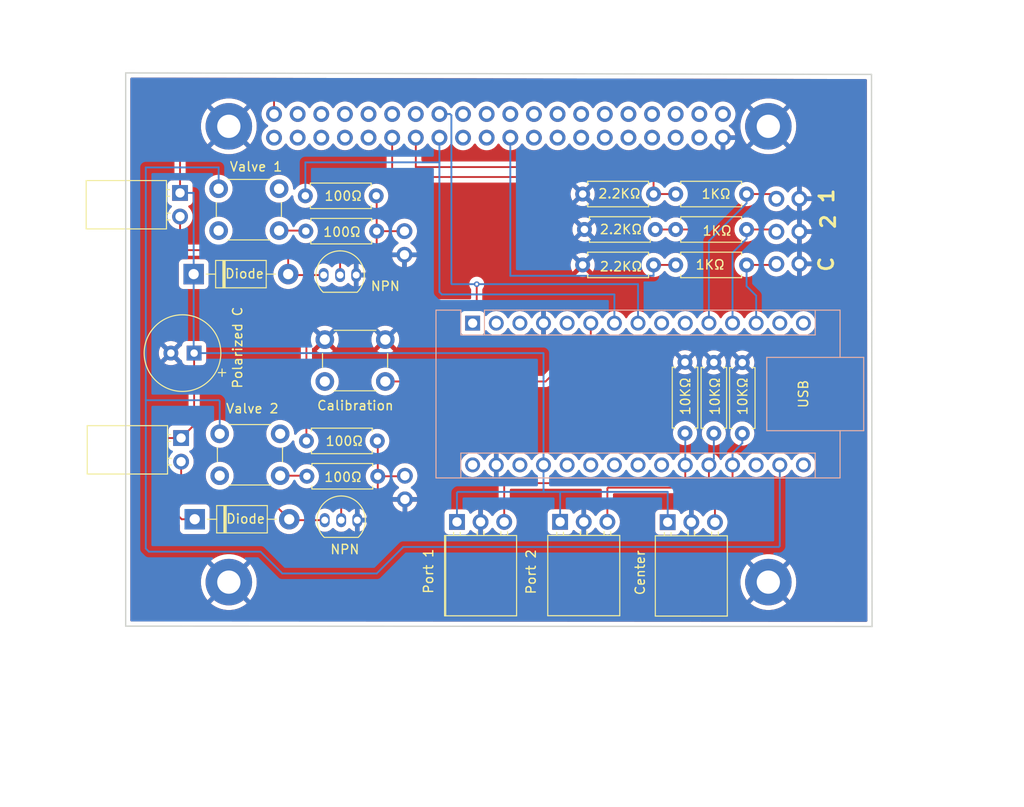
<source format=kicad_pcb>
(kicad_pcb (version 20240108) (generator "pcbnew") (generator_version "8.0")
  (layers (0 "F.Cu" signal "Front") (1 "In1.Cu" signal) (2 "In2.Cu" signal) (31 "B.Cu" signal "Back") (34 "B.Paste" user) (35 "F.Paste" user) (36 "B.SilkS" user "B.Silkscreen") (37 "F.SilkS" user "F.Silkscreen") (38 "B.Mask" user) (39 "F.Mask" user) (44 "Edge.Cuts" user))
  (net 0 "")
  (net 1 "Net-(A1-D5)")
  (net 6 "Net-(A1-D4)")
  (net 7 "Net-(A1-D10)")
  (net 9 "Net-(A1-D3)")
  (net 10 "GND")
  (net 14 "+5V")
  (net 16 "Net-(A1-A1)")
  (net 17 "+3.3V")
  (net 21 "Net-(A1-D9)")
  (net 25 "Net-(A1-A0)")
  (net 26 "Net-(A1-D8)")
  (net 28 "Net-(A1-A2)")
  (net 30 "Net-(D1-A)")
  (net 31 "Net-(D3-A)")
  (net 65 "Net-(R1-Pad2)")
  (net 66 "Net-(Q3-B)")
  (net 67 "Net-(Q1-B)")
  (net 68 "Net-(R10-Pad2)")
  (net 69 "Net-(J3-Pin_1)")
  (net 70 "Net-(J3-Pin_2)")
  (net 71 "Net-(J3-Pin_3)")
  (footprint "Connector_PinHeader_2.54mm:PinHeader_1x02_P2.54mm_Vertical" (layer "F.Cu") (at 60.0275 125.635 180)
    (property "Reference" "J9" (hide yes))
    (property "Value" "Conn_01x02_Pin")
    (pad "1" thru_hole oval (at 0 0 180) (size 1.7 1.7) (drill 1) (layers "*.Cu" "*.Mask") (net 10 "GND"))
    (pad "2" thru_hole oval (at 0 2.54 180) (size 1.7 1.7) (drill 1) (layers "*.Cu" "*.Mask") (net 67 "Net-(Q1-B)"))
  )
  (footprint "Resistor_THT:R_Axial_DIN0207_L6.3mm_D2.5mm_P7.62mm_Horizontal" (layer "F.Cu") (at 56.995 96.8 180)
    (property "Reference" "R1" (hide yes))
    (property "Value" "100Ω" (hide yes))
    (pad "1" thru_hole circle (at 0 0 180) (size 1.6 1.6) (drill 0.8) (layers "*.Cu" "*.Mask") (net 66 "Net-(Q3-B)"))
    (pad "2" thru_hole oval (at 7.62 0 180) (size 1.6 1.6) (drill 0.8) (layers "*.Cu" "*.Mask") (net 65 "Net-(R1-Pad2)"))
  )
  (footprint "MountingHole:MountingHole_2.5mm_Pad" (layer "F.Cu") (at 41.1 85.53)
    (property "Reference" "REF**" (hide yes))
    (property "Value" "MountingHole_2.5mm_Pad")
    (pad "1" thru_hole circle (at 0 0) (size 5 5) (drill 2.5) (layers "*.Cu" "*.Mask") (net 10 "GND"))
  )
  (footprint "Connector_PinSocket_2.54mm:PinSocket_1x02_P2.54mm_Horizontal" (layer "F.Cu") (at 35.855 92.69)
    (property "Reference" "J1" (hide yes))
    (property "Value" "Conn_01x02_Pin" (hide yes))
    (pad "1" thru_hole rect (at 0 0) (size 1.7 1.7) (drill 1) (layers "*.Cu" "*.Mask") (net 14 "+5V"))
    (pad "2" thru_hole oval (at 0 2.54) (size 1.7 1.7) (drill 1) (layers "*.Cu" "*.Mask") (net 31 "Net-(D3-A)"))
  )
  (footprint "Connector_PinSocket_2.54mm:PinSocket_1x02_P2.54mm_Horizontal" (layer "F.Cu") (at 35.97 119.04)
    (property "Reference" "J2" (hide yes))
    (property "Value" "Conn_01x02_Pin" (hide yes))
    (pad "1" thru_hole rect (at 0 0) (size 1.7 1.7) (drill 1) (layers "*.Cu" "*.Mask") (net 14 "+5V"))
    (pad "2" thru_hole oval (at 0 2.54) (size 1.7 1.7) (drill 1) (layers "*.Cu" "*.Mask") (net 30 "Net-(D1-A)"))
  )
  (footprint "Resistor_THT:R_Axial_DIN0207_L6.3mm_D2.5mm_P7.62mm_Horizontal" (layer "F.Cu") (at 49.44 119.35)
    (property "Reference" "R2" (hide yes))
    (property "Value" "100Ω" (hide yes))
    (pad "1" thru_hole circle (at 0 0) (size 1.6 1.6) (drill 0.8) (layers "*.Cu" "*.Mask") (net 1 "Net-(A1-D5)"))
    (pad "2" thru_hole oval (at 7.62 0) (size 1.6 1.6) (drill 0.8) (layers "*.Cu" "*.Mask") (net 67 "Net-(Q1-B)"))
  )
  (footprint "Button_Switch_THT:SW_PUSH_6mm" (layer "F.Cu") (at 40.12 118.59)
    (property "Reference" "SW2" (hide yes))
    (property "Value" "SW_Push" (hide yes))
    (fp_text user "Valve 2" (at 3.505 -2.715 0) (layer "F.SilkS"))
    (pad "1" thru_hole circle (at 0 0 90) (size 2 2) (drill 1.1) (layers "*.Cu" "*.Mask") (net 17 "+3.3V"))
    (pad "1" thru_hole circle (at 6.5 0 90) (size 2 2) (drill 1.1) (layers "*.Cu" "*.Mask") (net 17 "+3.3V"))
    (pad "2" thru_hole circle (at 0 4.5 90) (size 2 2) (drill 1.1) (layers "*.Cu" "*.Mask") (net 68 "Net-(R10-Pad2)"))
    (pad "2" thru_hole circle (at 6.5 4.5 90) (size 2 2) (drill 1.1) (layers "*.Cu" "*.Mask") (net 68 "Net-(R10-Pad2)"))
  )
  (footprint "Capacitor_THT:CP_Radial_D8.0mm_P2.50mm" (layer "F.Cu") (at 37.37 109.91 180)
    (property "Reference" "C1" (hide yes))
    (property "Value" "C_Polarized")
    (pad "1" thru_hole rect (at 0 0 180) (size 1.6 1.6) (drill 0.8) (layers "*.Cu" "*.Mask") (net 14 "+5V"))
    (pad "2" thru_hole circle (at 2.5 0 180) (size 1.6 1.6) (drill 0.8) (layers "*.Cu" "*.Mask") (net 10 "GND"))
  )
  (footprint "Connector_PinSocket_2.54mm:PinSocket_1x03_P2.54mm_Horizontal" (layer "F.Cu") (at 65.625 128.06 90)
    (property "Reference" "J6" (hide yes))
    (property "Value" "Conn_01x03_Pin" (hide yes))
    (pad "1" thru_hole rect (at 0 0 90) (size 1.7 1.7) (drill 1) (layers "*.Cu" "*.Mask") (net 14 "+5V"))
    (pad "2" thru_hole oval (at 0 2.54 90) (size 1.7 1.7) (drill 1) (layers "*.Cu" "*.Mask") (net 10 "GND"))
    (pad "3" thru_hole oval (at 0 5.08 90) (size 1.7 1.7) (drill 1) (layers "*.Cu" "*.Mask") (net 28 "Net-(A1-A2)"))
  )
  (footprint "Button_Switch_THT:SW_PUSH_6mm" (layer "F.Cu") (at 51.42 108.46)
    (property "Reference" "SW3" (hide yes))
    (property "Value" "Calibration" (at 3.28 7.09 0) (layer "F.SilkS"))
    (pad "1" thru_hole circle (at 0 0 90) (size 2 2) (drill 1.1) (layers "*.Cu" "*.Mask") (net 10 "GND"))
    (pad "1" thru_hole circle (at 6.5 0 90) (size 2 2) (drill 1.1) (layers "*.Cu" "*.Mask") (net 10 "GND"))
    (pad "2" thru_hole circle (at 0 4.5 90) (size 2 2) (drill 1.1) (layers "*.Cu" "*.Mask") (net 9 "Net-(A1-D3)"))
    (pad "2" thru_hole circle (at 6.5 4.5 90) (size 2 2) (drill 1.1) (layers "*.Cu" "*.Mask") (net 9 "Net-(A1-D3)"))
  )
  (footprint "Diode_THT:D_DO-41_SOD81_P10.16mm_Horizontal" (layer "F.Cu") (at 37.32 101.42)
    (property "Reference" "D3" (hide yes))
    (property "Value" "4.7V" (hide yes))
    (pad "1" thru_hole rect (at 0 0) (size 2.2 2.2) (drill 1.1) (layers "*.Cu" "*.Mask") (net 14 "+5V"))
    (pad "2" thru_hole oval (at 10.16 0) (size 2.2 2.2) (drill 1.1) (layers "*.Cu" "*.Mask") (net 31 "Net-(D3-A)"))
  )
  (footprint "Button_Switch_THT:SW_PUSH_6mm" (layer "F.Cu") (at 40.005 92.24)
    (property "Reference" "SW1" (hide yes))
    (property "Value" "SW_Push" (hide yes))
    (fp_text user "Valve 1" (at 4.02 -2.365 0) (layer "F.SilkS"))
    (pad "1" thru_hole circle (at 0 0 90) (size 2 2) (drill 1.1) (layers "*.Cu" "*.Mask") (net 17 "+3.3V"))
    (pad "1" thru_hole circle (at 6.5 0 90) (size 2 2) (drill 1.1) (layers "*.Cu" "*.Mask") (net 17 "+3.3V"))
    (pad "2" thru_hole circle (at 0 4.5 90) (size 2 2) (drill 1.1) (layers "*.Cu" "*.Mask") (net 65 "Net-(R1-Pad2)"))
    (pad "2" thru_hole circle (at 6.5 4.5 90) (size 2 2) (drill 1.1) (layers "*.Cu" "*.Mask") (net 65 "Net-(R1-Pad2)"))
  )
  (footprint "Resistor_THT:R_Axial_DIN0207_L6.3mm_D2.5mm_P7.62mm_Horizontal" (layer "F.Cu") (at 90.14 110.89 -90)
    (property "Reference" "R13" (hide yes))
    (property "Value" "10ΚΩ" (hide yes))
    (pad "1" thru_hole circle (at 0 0 270) (size 1.6 1.6) (drill 0.8) (layers "*.Cu" "*.Mask") (net 10 "GND"))
    (pad "2" thru_hole oval (at 7.62 0 270) (size 1.6 1.6) (drill 0.8) (layers "*.Cu" "*.Mask") (net 28 "Net-(A1-A2)"))
  )
  (footprint "Resistor_THT:R_Axial_DIN0207_L6.3mm_D2.5mm_P7.62mm_Horizontal" (layer "F.Cu") (at 57.11 123.15 180)
    (property "Reference" "R10" (hide yes))
    (property "Value" "100Ω" (hide yes))
    (pad "1" thru_hole circle (at 0 0 180) (size 1.6 1.6) (drill 0.8) (layers "*.Cu" "*.Mask") (net 67 "Net-(Q1-B)"))
    (pad "2" thru_hole oval (at 7.62 0 180) (size 1.6 1.6) (drill 0.8) (layers "*.Cu" "*.Mask") (net 68 "Net-(R10-Pad2)"))
  )
  (footprint "Resistor_THT:R_Axial_DIN0207_L6.3mm_D2.5mm_P7.62mm_Horizontal" (layer "F.Cu") (at 49.325 93)
    (property "Reference" "R3" (hide yes))
    (property "Value" "100Ω" (hide yes))
    (pad "1" thru_hole circle (at 0 0) (size 1.6 1.6) (drill 0.8) (layers "*.Cu" "*.Mask") (net 6 "Net-(A1-D4)"))
    (pad "2" thru_hole oval (at 7.62 0) (size 1.6 1.6) (drill 0.8) (layers "*.Cu" "*.Mask") (net 66 "Net-(Q3-B)"))
  )
  (footprint "Resistor_THT:R_Axial_DIN0207_L6.3mm_D2.5mm_P7.62mm_Horizontal" (layer "F.Cu") (at 89.14 96.62)
    (property "Reference" "R6" (hide yes))
    (property "Value" "1kΩ" (hide yes))
    (pad "1" thru_hole circle (at 0 0) (size 1.6 1.6) (drill 0.8) (layers "*.Cu" "*.Mask") (net 70 "Net-(J3-Pin_2)"))
    (pad "2" thru_hole oval (at 7.62 0) (size 1.6 1.6) (drill 0.8) (layers "*.Cu" "*.Mask") (net 21 "Net-(A1-D9)"))
  )
  (footprint "Package_TO_SOT_THT:TO-92_Inline" (layer "F.Cu") (at 51.795 101.52)
    (property "Reference" "Q3")
    (property "Value" "BC547" (hide yes))
    (pad "1" thru_hole oval (at -0.5 0) (size 1.05 1.5) (drill 0.75) (layers "*.Cu" "*.Mask") (net 31 "Net-(D3-A)"))
    (pad "2" thru_hole oval (at 1.27 0) (size 1.05 1.5) (drill 0.75) (layers "*.Cu" "*.Mask") (net 66 "Net-(Q3-B)"))
    (pad "3" thru_hole oval (at 3 0) (size 1.05 1.5) (drill 0.75) (layers "*.Cu" "*.Mask") (net 10 "GND"))
  )
  (footprint "Connector_PinSocket_2.54mm:PinSocket_1x03_P2.54mm_Horizontal" (layer "F.Cu") (at 76.715 128.05 90)
    (property "Reference" "J4" (hide yes))
    (property "Value" "Conn_01x03_Pin" (hide yes))
    (pad "1" thru_hole rect (at 0 0 90) (size 1.7 1.7) (drill 1) (layers "*.Cu" "*.Mask") (net 14 "+5V"))
    (pad "2" thru_hole oval (at 0 2.54 90) (size 1.7 1.7) (drill 1) (layers "*.Cu" "*.Mask") (net 10 "GND"))
    (pad "3" thru_hole oval (at 0 5.08 90) (size 1.7 1.7) (drill 1) (layers "*.Cu" "*.Mask") (net 16 "Net-(A1-A1)"))
  )
  (footprint "Resistor_THT:R_Axial_DIN0207_L6.3mm_D2.5mm_P7.62mm_Horizontal" (layer "F.Cu") (at 79.14 92.81)
    (property "Reference" "R5" (hide yes))
    (property "Value" "2.2ΚΩ" (hide yes))
    (pad "1" thru_hole circle (at 0 0) (size 1.6 1.6) (drill 0.8) (layers "*.Cu" "*.Mask") (net 10 "GND"))
    (pad "2" thru_hole oval (at 7.62 0) (size 1.6 1.6) (drill 0.8) (layers "*.Cu" "*.Mask") (net 69 "Net-(J3-Pin_1)"))
  )
  (footprint "Connector_PinHeader_2.54mm:PinHeader_1x02_P2.54mm_Vertical" (layer "F.Cu") (at 59.98 99.34 180)
    (property "Reference" "J7" (hide yes))
    (property "Value" "Conn_01x02_Pin")
    (pad "1" thru_hole oval (at 0 0 180) (size 1.7 1.7) (drill 1) (layers "*.Cu" "*.Mask") (net 10 "GND"))
    (pad "2" thru_hole oval (at 0 2.54 180) (size 1.7 1.7) (drill 1) (layers "*.Cu" "*.Mask") (net 66 "Net-(Q3-B)"))
  )
  (footprint "Resistor_THT:R_Axial_DIN0207_L6.3mm_D2.5mm_P7.62mm_Horizontal" (layer "F.Cu") (at 79.14 100.43)
    (property "Reference" "R9" (hide yes))
    (property "Value" "2.2ΚΩ" (hide yes))
    (pad "1" thru_hole circle (at 0 0) (size 1.6 1.6) (drill 0.8) (layers "*.Cu" "*.Mask") (net 10 "GND"))
    (pad "2" thru_hole oval (at 7.62 0) (size 1.6 1.6) (drill 0.8) (layers "*.Cu" "*.Mask") (net 71 "Net-(J3-Pin_3)"))
  )
  (footprint "MountingHole:MountingHole_2.5mm_Pad" (layer "F.Cu") (at 99.1 85.53)
    (property "Reference" "REF**" (hide yes))
    (property "Value" "MountingHole_2.5mm_Pad")
    (pad "2" thru_hole circle (at 0 0) (size 5 5) (drill 2.5) (layers "*.Cu" "*.Mask") (net 10 "GND"))
  )
  (footprint "MountingHole:MountingHole_2.5mm_Pad" (layer "F.Cu") (at 41.1 134.53)
    (property "Reference" "REF**" (hide yes))
    (property "Value" "MountingHole_2.5mm_Pad")
    (pad "3" thru_hole circle (at 0 0) (size 5 5) (drill 2.5) (layers "*.Cu" "*.Mask") (net 10 "GND"))
  )
  (footprint "Resistor_THT:R_Axial_DIN0207_L6.3mm_D2.5mm_P7.62mm_Horizontal" (layer "F.Cu") (at 89.14 100.43)
    (property "Reference" "R8" (hide yes))
    (property "Value" "1kΩ" (hide yes))
    (pad "1" thru_hole circle (at 0 0) (size 1.6 1.6) (drill 0.8) (layers "*.Cu" "*.Mask") (net 71 "Net-(J3-Pin_3)"))
    (pad "2" thru_hole oval (at 7.62 0) (size 1.6 1.6) (drill 0.8) (layers "*.Cu" "*.Mask") (net 7 "Net-(A1-D10)"))
  )
  (footprint "Package_TO_SOT_THT:TO-92_Inline" (layer "F.Cu") (at 51.91 127.87)
    (property "Reference" "Q1")
    (property "Value" "BC547" (hide yes))
    (pad "1" thru_hole oval (at -0.5 0) (size 1.05 1.5) (drill 0.75) (layers "*.Cu" "*.Mask") (net 30 "Net-(D1-A)"))
    (pad "2" thru_hole oval (at 1.27 0) (size 1.05 1.5) (drill 0.75) (layers "*.Cu" "*.Mask") (net 67 "Net-(Q1-B)"))
    (pad "3" thru_hole oval (at 3 0) (size 1.05 1.5) (drill 0.75) (layers "*.Cu" "*.Mask") (net 10 "GND"))
  )
  (footprint "Connector_PinSocket_2.54mm:PinSocket_1x03_P2.54mm_Horizontal" (layer "F.Cu") (at 88.28 128.09 90)
    (property "Reference" "J5" (hide yes))
    (property "Value" "Conn_01x03_Pin" (hide yes))
    (pad "1" thru_hole rect (at 0 0 90) (size 1.7 1.7) (drill 1) (layers "*.Cu" "*.Mask") (net 14 "+5V"))
    (pad "2" thru_hole oval (at 0 2.54 90) (size 1.7 1.7) (drill 1) (layers "*.Cu" "*.Mask") (net 10 "GND"))
    (pad "3" thru_hole oval (at 0 5.08 90) (size 1.7 1.7) (drill 1) (layers "*.Cu" "*.Mask") (net 25 "Net-(A1-A0)"))
  )
  (footprint "Connector_PinHeader_2.54mm:PinHeader_1x03_P2.54mm_Vertical" (layer "F.Cu") (at 99.96 94.32)
    (property "Reference" "J3" (hide yes))
    (property "Value" "Conn_01x03_Pin")
    (pad "1" thru_hole oval (at 0 -1) (size 1.7 1.7) (drill 1) (layers "*.Cu" "*.Mask") (net 26 "Net-(A1-D8)"))
    (pad "2" thru_hole oval (at 0 2.54) (size 1.7 1.7) (drill 1) (layers "*.Cu" "*.Mask") (net 21 "Net-(A1-D9)"))
    (pad "3" thru_hole oval (at 0 6) (size 1.7 1.7) (drill 1) (layers "*.Cu" "*.Mask") (net 7 "Net-(A1-D10)"))
  )
  (footprint "Resistor_THT:R_Axial_DIN0207_L6.3mm_D2.5mm_P7.62mm_Horizontal" (layer "F.Cu") (at 89.14 92.81)
    (property "Reference" "R4" (hide yes))
    (property "Value" "1kΩ" (hide yes))
    (pad "1" thru_hole circle (at 0 0) (size 1.6 1.6) (drill 0.8) (layers "*.Cu" "*.Mask") (net 69 "Net-(J3-Pin_1)"))
    (pad "2" thru_hole oval (at 7.62 0) (size 1.6 1.6) (drill 0.8) (layers "*.Cu" "*.Mask") (net 26 "Net-(A1-D8)"))
  )
  (footprint "MountingHole:MountingHole_2.5mm_Pad" (layer "F.Cu") (at 99.1 134.53)
    (property "Reference" "REF**" (hide yes))
    (property "Value" "MountingHole_2.5mm_Pad")
    (pad "4" thru_hole circle (at 0 0) (size 5 5) (drill 2.5) (layers "*.Cu" "*.Mask") (net 10 "GND"))
  )
  (footprint "Diode_THT:D_DO-41_SOD81_P10.16mm_Horizontal" (layer "F.Cu") (at 37.435 127.77)
    (property "Reference" "D1" (hide yes))
    (property "Value" "4.7V" (hide yes))
    (pad "1" thru_hole rect (at 0 0) (size 2.2 2.2) (drill 1.1) (layers "*.Cu" "*.Mask") (net 14 "+5V"))
    (pad "2" thru_hole oval (at 10.16 0) (size 2.2 2.2) (drill 1.1) (layers "*.Cu" "*.Mask") (net 30 "Net-(D1-A)"))
  )
  (footprint "Connector_PinHeader_2.54mm:PinHeader_1x03_P2.54mm_Vertical" (layer "F.Cu") (at 102.44 94.31)
    (property "Reference" "J10" (hide yes))
    (property "Value" "Conn_01x03_Pin")
    (pad "1" thru_hole oval (at 0 -1) (size 1.7 1.7) (drill 1) (layers "*.Cu" "*.Mask") (net 10 "GND"))
    (pad "2" thru_hole oval (at 0 2.54) (size 1.7 1.7) (drill 1) (layers "*.Cu" "*.Mask") (net 10 "GND"))
    (pad "3" thru_hole oval (at 0 6) (size 1.7 1.7) (drill 1) (layers "*.Cu" "*.Mask") (net 10 "GND"))
  )
  (footprint "Resistor_THT:R_Axial_DIN0207_L6.3mm_D2.5mm_P7.62mm_Horizontal" (layer "F.Cu") (at 96.3 110.93 -90)
    (property "Reference" "R11" (hide yes))
    (property "Value" "10kΩ" (hide yes))
    (pad "1" thru_hole circle (at 0 0 270) (size 1.6 1.6) (drill 0.8) (layers "*.Cu" "*.Mask") (net 10 "GND"))
    (pad "2" thru_hole oval (at 7.62 0 270) (size 1.6 1.6) (drill 0.8) (layers "*.Cu" "*.Mask") (net 25 "Net-(A1-A0)"))
  )
  (footprint "Resistor_THT:R_Axial_DIN0207_L6.3mm_D2.5mm_P7.62mm_Horizontal" (layer "F.Cu") (at 93.24 110.91 -90)
    (property "Reference" "R12" (hide yes))
    (property "Value" "10ΚΩ" (hide yes))
    (pad "1" thru_hole circle (at 0 0 270) (size 1.6 1.6) (drill 0.8) (layers "*.Cu" "*.Mask") (net 10 "GND"))
    (pad "2" thru_hole oval (at 7.62 0 270) (size 1.6 1.6) (drill 0.8) (layers "*.Cu" "*.Mask") (net 16 "Net-(A1-A1)"))
  )
  (footprint "Resistor_THT:R_Axial_DIN0207_L6.3mm_D2.5mm_P7.62mm_Horizontal" (layer "F.Cu") (at 79.33 96.62)
    (property "Reference" "R7" (hide yes))
    (property "Value" "2.2ΚΩ" (hide yes))
    (pad "1" thru_hole circle (at 0 0) (size 1.6 1.6) (drill 0.8) (layers "*.Cu" "*.Mask") (net 10 "GND"))
    (pad "2" thru_hole oval (at 7.62 0) (size 1.6 1.6) (drill 0.8) (layers "*.Cu" "*.Mask") (net 70 "Net-(J3-Pin_2)"))
  )
  (footprint "Connector_PinSocket_2.54mm:PinSocket_2x20_P2.54mm_Vertical" (layer "B.Cu") (at 45.96 86.75 -90)
    (property "Reference" "J8" (hide yes))
    (property "Value" "Conn_02x20_Odd_Even")
    (pad "1" thru_hole circle (at 0 0 270) (size 1.7 1.7) (drill 1) (layers "*.Cu" "*.Mask"))
    (pad "2" thru_hole oval (at -2.54 0 270) (size 1.7 1.7) (drill 1) (layers "*.Cu" "*.Mask") (net 14 "+5V"))
    (pad "3" thru_hole oval (at 0 -2.54 270) (size 1.7 1.7) (drill 1) (layers "*.Cu" "*.Mask"))
    (pad "4" thru_hole oval (at -2.54 -2.54 270) (size 1.7 1.7) (drill 1) (layers "*.Cu" "*.Mask"))
    (pad "5" thru_hole oval (at 0 -5.08 270) (size 1.7 1.7) (drill 1) (layers "*.Cu" "*.Mask"))
    (pad "6" thru_hole oval (at -2.54 -5.08 270) (size 1.7 1.7) (drill 1) (layers "*.Cu" "*.Mask"))
    (pad "7" thru_hole oval (at 0 -7.62 270) (size 1.7 1.7) (drill 1) (layers "*.Cu" "*.Mask"))
    (pad "8" thru_hole oval (at -2.54 -7.62 270) (size 1.7 1.7) (drill 1) (layers "*.Cu" "*.Mask"))
    (pad "9" thru_hole oval (at 0 -10.16 270) (size 1.7 1.7) (drill 1) (layers "*.Cu" "*.Mask"))
    (pad "10" thru_hole oval (at -2.54 -10.16 270) (size 1.7 1.7) (drill 1) (layers "*.Cu" "*.Mask"))
    (pad "11" thru_hole oval (at 0 -12.7 270) (size 1.7 1.7) (drill 1) (layers "*.Cu" "*.Mask") (net 69 "Net-(J3-Pin_1)"))
    (pad "12" thru_hole oval (at -2.54 -12.7 270) (size 1.7 1.7) (drill 1) (layers "*.Cu" "*.Mask"))
    (pad "13" thru_hole oval (at 0 -15.24 270) (size 1.7 1.7) (drill 1) (layers "*.Cu" "*.Mask") (net 70 "Net-(J3-Pin_2)"))
    (pad "14" thru_hole oval (at -2.54 -15.24 270) (size 1.7 1.7) (drill 1) (layers "*.Cu" "*.Mask"))
    (pad "15" thru_hole oval (at 0 -17.78 270) (size 1.7 1.7) (drill 1) (layers "*.Cu" "*.Mask") (net 6 "Net-(A1-D4)"))
    (pad "16" thru_hole oval (at -2.54 -17.78 270) (size 1.7 1.7) (drill 1) (layers "*.Cu" "*.Mask") (net 1 "Net-(A1-D5)"))
    (pad "17" thru_hole oval (at 0 -20.32 270) (size 1.7 1.7) (drill 1) (layers "*.Cu" "*.Mask"))
    (pad "18" thru_hole oval (at -2.54 -20.32 270) (size 1.7 1.7) (drill 1) (layers "*.Cu" "*.Mask"))
    (pad "19" thru_hole oval (at 0 -22.86 270) (size 1.7 1.7) (drill 1) (layers "*.Cu" "*.Mask"))
    (pad "20" thru_hole oval (at -2.54 -22.86 270) (size 1.7 1.7) (drill 1) (layers "*.Cu" "*.Mask"))
    (pad "21" thru_hole oval (at 0 -25.4 270) (size 1.7 1.7) (drill 1) (layers "*.Cu" "*.Mask") (net 71 "Net-(J3-Pin_3)"))
    (pad "22" thru_hole oval (at -2.54 -25.4 270) (size 1.7 1.7) (drill 1) (layers "*.Cu" "*.Mask"))
    (pad "23" thru_hole oval (at 0 -27.94 270) (size 1.7 1.7) (drill 1) (layers "*.Cu" "*.Mask"))
    (pad "24" thru_hole oval (at -2.54 -27.94 270) (size 1.7 1.7) (drill 1) (layers "*.Cu" "*.Mask"))
    (pad "25" thru_hole oval (at 0 -30.48 270) (size 1.7 1.7) (drill 1) (layers "*.Cu" "*.Mask"))
    (pad "26" thru_hole oval (at -2.54 -30.48 270) (size 1.7 1.7) (drill 1) (layers "*.Cu" "*.Mask"))
    (pad "27" thru_hole oval (at 0 -33.02 270) (size 1.7 1.7) (drill 1) (layers "*.Cu" "*.Mask"))
    (pad "28" thru_hole oval (at -2.54 -33.02 270) (size 1.7 1.7) (drill 1) (layers "*.Cu" "*.Mask"))
    (pad "29" thru_hole oval (at 0 -35.56 270) (size 1.7 1.7) (drill 1) (layers "*.Cu" "*.Mask"))
    (pad "30" thru_hole oval (at -2.54 -35.56 270) (size 1.7 1.7) (drill 1) (layers "*.Cu" "*.Mask"))
    (pad "31" thru_hole oval (at 0 -38.1 270) (size 1.7 1.7) (drill 1) (layers "*.Cu" "*.Mask"))
    (pad "32" thru_hole oval (at -2.54 -38.1 270) (size 1.7 1.7) (drill 1) (layers "*.Cu" "*.Mask"))
    (pad "33" thru_hole oval (at 0 -40.64 270) (size 1.7 1.7) (drill 1) (layers "*.Cu" "*.Mask"))
    (pad "34" thru_hole oval (at -2.54 -40.64 270) (size 1.7 1.7) (drill 1) (layers "*.Cu" "*.Mask"))
    (pad "35" thru_hole oval (at 0 -43.18 270) (size 1.7 1.7) (drill 1) (layers "*.Cu" "*.Mask"))
    (pad "36" thru_hole oval (at -2.54 -43.18 270) (size 1.7 1.7) (drill 1) (layers "*.Cu" "*.Mask"))
    (pad "37" thru_hole oval (at 0 -45.72 270) (size 1.7 1.7) (drill 1) (layers "*.Cu" "*.Mask"))
    (pad "38" thru_hole oval (at -2.54 -45.72 270) (size 1.7 1.7) (drill 1) (layers "*.Cu" "*.Mask"))
    (pad "39" thru_hole oval (at 0 -48.26 270) (size 1.7 1.7) (drill 1) (layers "*.Cu" "*.Mask") (net 10 "GND"))
    (pad "40" thru_hole oval (at -2.54 -48.26 270) (size 1.7 1.7) (drill 1) (layers "*.Cu" "*.Mask"))
  )
  (footprint "Module:Arduino_Nano" (layer "B.Cu") (at 67.31 106.69 -90)
    (property "Reference" "A1" (hide yes))
    (property "Value" "Arduino_Nano_Every")
    (fp_text user "USB" (at 7.62 -35.56 90) (layer "F.SilkS"))
    (pad "1" thru_hole rect (at 0 0 270) (size 1.6 1.6) (drill 1) (layers "*.Cu" "*.Mask"))
    (pad "2" thru_hole oval (at 0 -2.54 270) (size 1.6 1.6) (drill 1) (layers "*.Cu" "*.Mask"))
    (pad "3" thru_hole oval (at 0 -5.08 270) (size 1.6 1.6) (drill 1) (layers "*.Cu" "*.Mask"))
    (pad "4" thru_hole oval (at 0 -7.62 270) (size 1.6 1.6) (drill 1) (layers "*.Cu" "*.Mask") (net 10 "GND"))
    (pad "5" thru_hole oval (at 0 -10.16 270) (size 1.6 1.6) (drill 1) (layers "*.Cu" "*.Mask"))
    (pad "6" thru_hole oval (at 0 -12.7 270) (size 1.6 1.6) (drill 1) (layers "*.Cu" "*.Mask") (net 9 "Net-(A1-D3)"))
    (pad "7" thru_hole oval (at 0 -15.24 270) (size 1.6 1.6) (drill 1) (layers "*.Cu" "*.Mask") (net 6 "Net-(A1-D4)"))
    (pad "8" thru_hole oval (at 0 -17.78 270) (size 1.6 1.6) (drill 1) (layers "*.Cu" "*.Mask") (net 1 "Net-(A1-D5)"))
    (pad "9" thru_hole oval (at 0 -20.32 270) (size 1.6 1.6) (drill 1) (layers "*.Cu" "*.Mask"))
    (pad "10" thru_hole oval (at 0 -22.86 270) (size 1.6 1.6) (drill 1) (layers "*.Cu" "*.Mask"))
    (pad "11" thru_hole oval (at 0 -25.4 270) (size 1.6 1.6) (drill 1) (layers "*.Cu" "*.Mask") (net 26 "Net-(A1-D8)"))
    (pad "12" thru_hole oval (at 0 -27.94 270) (size 1.6 1.6) (drill 1) (layers "*.Cu" "*.Mask") (net 21 "Net-(A1-D9)"))
    (pad "13" thru_hole oval (at 0 -30.48 270) (size 1.6 1.6) (drill 1) (layers "*.Cu" "*.Mask") (net 7 "Net-(A1-D10)"))
    (pad "14" thru_hole oval (at 0 -33.02 270) (size 1.6 1.6) (drill 1) (layers "*.Cu" "*.Mask"))
    (pad "15" thru_hole oval (at 0 -35.56 270) (size 1.6 1.6) (drill 1) (layers "*.Cu" "*.Mask"))
    (pad "16" thru_hole oval (at 15.24 -35.56 270) (size 1.6 1.6) (drill 1) (layers "*.Cu" "*.Mask"))
    (pad "17" thru_hole oval (at 15.24 -33.02 270) (size 1.6 1.6) (drill 1) (layers "*.Cu" "*.Mask") (net 17 "+3.3V"))
    (pad "18" thru_hole oval (at 15.24 -30.48 270) (size 1.6 1.6) (drill 1) (layers "*.Cu" "*.Mask"))
    (pad "19" thru_hole oval (at 15.24 -27.94 270) (size 1.6 1.6) (drill 1) (layers "*.Cu" "*.Mask") (net 25 "Net-(A1-A0)"))
    (pad "20" thru_hole oval (at 15.24 -25.4 270) (size 1.6 1.6) (drill 1) (layers "*.Cu" "*.Mask") (net 16 "Net-(A1-A1)"))
    (pad "21" thru_hole oval (at 15.24 -22.86 270) (size 1.6 1.6) (drill 1) (layers "*.Cu" "*.Mask") (net 28 "Net-(A1-A2)"))
    (pad "22" thru_hole oval (at 15.24 -20.32 270) (size 1.6 1.6) (drill 1) (layers "*.Cu" "*.Mask"))
    (pad "23" thru_hole oval (at 15.24 -17.78 270) (size 1.6 1.6) (drill 1) (layers "*.Cu" "*.Mask"))
    (pad "24" thru_hole oval (at 15.24 -15.24 270) (size 1.6 1.6) (drill 1) (layers "*.Cu" "*.Mask"))
    (pad "25" thru_hole oval (at 15.24 -12.7 270) (size 1.6 1.6) (drill 1) (layers "*.Cu" "*.Mask"))
    (pad "26" thru_hole oval (at 15.24 -10.16 270) (size 1.6 1.6) (drill 1) (layers "*.Cu" "*.Mask"))
    (pad "27" thru_hole oval (at 15.24 -7.62 270) (size 1.6 1.6) (drill 1) (layers "*.Cu" "*.Mask") (net 14 "+5V"))
    (pad "28" thru_hole oval (at 15.24 -5.08 270) (size 1.6 1.6) (drill 1) (layers "*.Cu" "*.Mask"))
    (pad "29" thru_hole oval (at 15.24 -2.54 270) (size 1.6 1.6) (drill 1) (layers "*.Cu" "*.Mask") (net 10 "GND"))
    (pad "30" thru_hole oval (at 15.24 0 270) (size 1.6 1.6) (drill 1) (layers "*.Cu" "*.Mask"))
  )
  (gr_line (start 110.19 79.95) (end 30.01 79.79) (stroke (width 0.15)) (layer "Edge.Cuts"))
  (gr_line (start 30.01 139.26) (end 110.25 139.3) (stroke (width 0.15)) (layer "Edge.Cuts"))
  (gr_line (start 30.01 79.79) (end 30.01 139.26) (stroke (width 0.15)) (layer "Edge.Cuts"))
  (gr_line (start 110.25 139.3) (end 110.19 79.95) (stroke (width 0.15)) (layer "Edge.Cuts"))
  (gr_text "Diode" (at 40.62 101.96 0) (layer "F.SilkS") (effects (font (size 1 1)) (justify left bottom)))
  (gr_text "Polarized C" (at 42.625 113.8 90) (layer "F.SilkS") (effects (font (size 1 1)) (justify left bottom)))
  (gr_text "Port 1" (at 63.15 135.86 90) (layer "F.SilkS") (effects (font (size 1 1)) (justify left bottom)))
  (gr_text "NPN" (at 51.925 131.6 0) (layer "F.SilkS") (effects (font (size 1 1)) (justify left bottom)))
  (gr_text "2" (at 106.43 96.7 90) (layer "F.SilkS") (effects (font (size 1.524 1.524) (thickness 0.3048) (bold yes)) (justify left bottom)))
  (gr_text "2.2KΩ" (at 80.9 101.2 0) (layer "F.SilkS") (effects (font (size 1 1)) (justify left bottom)))
  (gr_text "NPN" (at 56.275 103.3 0) (layer "F.SilkS") (effects (font (size 1 1)) (justify left bottom)))
  (gr_text "1KΩ" (at 91.95 97.35 0) (layer "F.SilkS") (effects (font (size 1 1)) (justify left bottom)))
  (gr_text "100Ω" (at 51.42 119.96 0) (layer "F.SilkS") (effects (font (size 1 1)) (justify left bottom)))
  (gr_text "10KΩ" (at 90.775 116.675 90) (layer "F.SilkS") (effects (font (size 1 1)) (justify left bottom)))
  (gr_text "1" (at 106.26 93.94 90) (layer "F.SilkS") (effects (font (size 1.524 1.524) (thickness 0.3048) (bold yes)) (justify left bottom)))
  (gr_text "C" (at 106.22 101.32 90) (layer "F.SilkS") (effects (font (size 1.524 1.524) (thickness 0.3048) (bold yes)) (justify left bottom)))
  (gr_text "2.2KΩ" (at 80.9 97.2 0) (layer "F.SilkS") (effects (font (size 1 1)) (justify left bottom)))
  (gr_text "1KΩ" (at 91.84 93.39 0) (layer "F.SilkS") (effects (font (size 1 1)) (justify left bottom)))
  (gr_text "100Ω" (at 51.165 97.48 0) (layer "F.SilkS") (effects (font (size 1 1)) (justify left bottom)))
  (gr_text "10KΩ" (at 93.95 116.675 90) (layer "F.SilkS") (effects (font (size 1 1)) (justify left bottom)))
  (gr_text "2.2KΩ" (at 80.73 93.36 0) (layer "F.SilkS") (effects (font (size 1 1)) (justify left bottom)))
  (gr_text "Port 2" (at 74.175 135.925 90) (layer "F.SilkS") (effects (font (size 1 1)) (justify left bottom)))
  (gr_text "Diode" (at 40.735 128.31 0) (layer "F.SilkS") (effects (font (size 1 1)) (justify left bottom)))
  (gr_text "1KΩ" (at 91.2 101 0) (layer "F.SilkS") (effects (font (size 1 1)) (justify left bottom)))
  (gr_text "Center" (at 85.9 136.025 90) (layer "F.SilkS") (effects (font (size 1 1)) (justify left bottom)))
  (gr_text "100Ω" (at 51.28 123.83 0) (layer "F.SilkS") (effects (font (size 1 1)) (justify left bottom)))
  (gr_text "10KΩ" (at 96.925 116.675 90) (layer "F.SilkS") (effects (font (size 1 1)) (justify left bottom)))
  (gr_text "100Ω" (at 51.305 93.61 0) (layer "F.SilkS") (effects (font (size 1 1)) (justify left bottom)))
  (segment (start 49.675 104.725) (end 67.65 104.725) (width 0.2) (layer "F.Cu") (net 1))
  (segment (start 67.65 104.725) (end 67.75 104.625) (width 0.2) (layer "F.Cu") (net 1))
  (segment (start 49.44 104.96) (end 49.675 104.725) (width 0.2) (layer "F.Cu") (net 1))
  (segment (start 49.44 119.35) (end 49.44 104.96) (width 0.2) (layer "F.Cu") (net 1))
  (segment (start 67.75 104.625) (end 67.75 102.5) (width 0.2) (layer "F.Cu") (net 1))
  (via (at 67.75 102.5) (size 0.6) (drill 0.3) (layers "F.Cu" "B.Cu") (net 1))
  (segment (start 63.74 84.21) (end 64.885 84.21) (width 0.2) (layer "B.Cu") (net 1))
  (segment (start 85.09 102.5) (end 85.09 106.69) (width 0.2) (layer "B.Cu") (net 1))
  (segment (start 65.075 102.5) (end 67.75 102.5) (width 0.2) (layer "B.Cu") (net 1))
  (segment (start 65.025 84.35) (end 65.025 102.45) (width 0.2) (layer "B.Cu") (net 1))
  (segment (start 65.025 102.45) (end 65.075 102.5) (width 0.2) (layer "B.Cu") (net 1))
  (segment (start 67.75 102.5) (end 85.09 102.5) (width 0.2) (layer "B.Cu") (net 1))
  (segment (start 64.885 84.21) (end 65.025 84.35) (width 0.2) (layer "B.Cu") (net 1))
  (segment (start 64 103.6) (end 82.525 103.6) (width 0.2) (layer "B.Cu") (net 6))
  (segment (start 63.74 86.75) (end 63.74 103.34) (width 0.2) (layer "B.Cu") (net 6))
  (segment (start 63.7 89.4) (end 63.74 89.36) (width 0.2) (layer "B.Cu") (net 6))
  (segment (start 82.525 103.6) (end 82.55 103.625) (width 0.2) (layer "B.Cu") (net 6))
  (segment (start 49.325 93) (end 49.325 89.4) (width 0.2) (layer "B.Cu") (net 6))
  (segment (start 63.74 103.34) (end 64 103.6) (width 0.2) (layer "B.Cu") (net 6))
  (segment (start 82.55 103.625) (end 82.55 106.69) (width 0.2) (layer "B.Cu") (net 6))
  (segment (start 49.325 89.4) (end 63.7 89.4) (width 0.2) (layer "B.Cu") (net 6))
  (segment (start 99.85 100.43) (end 99.96 100.32) (width 0.2) (layer "F.Cu") (net 7))
  (segment (start 96.76 100.43) (end 99.85 100.43) (width 0.2) (layer "F.Cu") (net 7))
  (segment (start 97.79 106.69) (end 97.79 103.74) (width 0.2) (layer "B.Cu") (net 7))
  (segment (start 97.79 103.74) (end 96.76 102.71) (width 0.2) (layer "B.Cu") (net 7))
  (segment (start 96.76 102.71) (end 96.76 100.43) (width 0.2) (layer "B.Cu") (net 7))
  (segment (start 80.01 106.69) (end 80.01 108.1) (width 0.2) (layer "F.Cu") (net 9))
  (segment (start 75.15 112.96) (end 57.92 112.96) (width 0.2) (layer "F.Cu") (net 9))
  (segment (start 80.01 108.1) (end 75.15 112.96) (width 0.2) (layer "F.Cu") (net 9))
  (segment (start 35.855 81.515) (end 35.95 81.42) (width 0.2) (layer "F.Cu") (net 14))
  (segment (start 35.855 92.69) (end 35.855 81.515) (width 0.2) (layer "F.Cu") (net 14))
  (segment (start 37.37 117.64) (end 35.97 119.04) (width 0.2) (layer "F.Cu") (net 14))
  (segment (start 34.3 126.035) (end 36.035 127.77) (width 0.2) (layer "F.Cu") (net 14))
  (segment (start 37.37 109.91) (end 37.37 117.64) (width 0.2) (layer "F.Cu") (net 14))
  (segment (start 45.93 81.42) (end 45.96 81.45) (width 0.2) (layer "F.Cu") (net 14))
  (segment (start 35.97 119.04) (end 34.535 119.04) (width 0.2) (layer "F.Cu") (net 14))
  (segment (start 45.96 81.45) (end 45.96 84.21) (width 0.2) (layer "F.Cu") (net 14))
  (segment (start 35.95 81.42) (end 45.93 81.42) (width 0.2) (layer "F.Cu") (net 14))
  (segment (start 34.3 119.275) (end 34.3 126.035) (width 0.2) (layer "F.Cu") (net 14))
  (segment (start 34.535 119.04) (end 34.3 119.275) (width 0.2) (layer "F.Cu") (net 14))
  (segment (start 36.035 127.77) (end 37.435 127.77) (width 0.2) (layer "F.Cu") (net 14))
  (segment (start 76.715 128.05) (end 76.715 124.86) (width 0.2) (layer "B.Cu") (net 14))
  (segment (start 37.32 101.42) (end 37.32 109.86) (width 0.2) (layer "B.Cu") (net 14))
  (segment (start 74.93 109.94) (end 74.93 121.93) (width 0.2) (layer "B.Cu") (net 14))
  (segment (start 65.72 124.83) (end 75.02 124.83) (width 0.2) (layer "B.Cu") (net 14))
  (segment (start 37.17 92.69) (end 35.855 92.69) (width 0.2) (layer "B.Cu") (net 14))
  (segment (start 37.32 92.68) (end 37.18 92.68) (width 0.2) (layer "B.Cu") (net 14))
  (segment (start 88.26 124.83) (end 88.28 124.85) (width 0.2) (layer "B.Cu") (net 14))
  (segment (start 37.32 101.42) (end 37.32 92.68) (width 0.2) (layer "B.Cu") (net 14))
  (segment (start 65.625 128.06) (end 65.625 124.925) (width 0.2) (layer "B.Cu") (net 14))
  (segment (start 65.625 124.925) (end 65.72 124.83) (width 0.2) (layer "B.Cu") (net 14))
  (segment (start 74.9 109.91) (end 74.93 109.94) (width 0.2) (layer "B.Cu") (net 14))
  (segment (start 74.93 121.93) (end 74.93 124.74) (width 0.2) (layer "B.Cu") (net 14))
  (segment (start 74.93 124.74) (end 75.02 124.83) (width 0.2) (layer "B.Cu") (net 14))
  (segment (start 37.18 92.68) (end 37.17 92.69) (width 0.2) (layer "B.Cu") (net 14))
  (segment (start 37.37 109.91) (end 74.9 109.91) (width 0.2) (layer "B.Cu") (net 14))
  (segment (start 37.32 109.86) (end 37.37 109.91) (width 0.2) (layer "B.Cu") (net 14))
  (segment (start 88.28 124.85) (end 88.28 128.09) (width 0.2) (layer "B.Cu") (net 14))
  (segment (start 75.02 124.83) (end 88.26 124.83) (width 0.2) (layer "B.Cu") (net 14))
  (segment (start 92.645 124.375) (end 92.71 124.31) (width 0.2) (layer "F.Cu") (net 16))
  (segment (start 92.71 124.31) (end 92.71 121.93) (width 0.2) (layer "F.Cu") (net 16))
  (segment (start 81.795 128.05) (end 81.795 124.455) (width 0.2) (layer "F.Cu") (net 16))
  (segment (start 81.795 124.455) (end 81.875 124.375) (width 0.2) (layer "F.Cu") (net 16))
  (segment (start 81.875 124.375) (end 92.645 124.375) (width 0.2) (layer "F.Cu") (net 16))
  (segment (start 92.71 121.93) (end 92.71 121.8) (width 0.2) (layer "B.Cu") (net 16))
  (segment (start 93.24 121.27) (end 93.24 118.53) (width 0.2) (layer "B.Cu") (net 16))
  (segment (start 92.71 121.8) (end 93.24 121.27) (width 0.2) (layer "B.Cu") (net 16))
  (segment (start 32.175 89.95) (end 40 89.95) (width 0.2) (layer "B.Cu") (net 17))
  (segment (start 32.2 114.975) (end 32.175 114.95) (width 0.2) (layer "B.Cu") (net 17))
  (segment (start 40.015 114.975) (end 32.2 114.975) (width 0.2) (layer "B.Cu") (net 17))
  (segment (start 40 89.95) (end 40.005 89.945) (width 0.2) (layer "B.Cu") (net 17))
  (segment (start 44.51 131.26) (end 32.51 131.26) (width 0.2) (layer "B.Cu") (net 17))
  (segment (start 57 133.6) (end 46.85 133.6) (width 0.2) (layer "B.Cu") (net 17))
  (segment (start 46.85 133.6) (end 44.51 131.26) (width 0.2) (layer "B.Cu") (net 17))
  (segment (start 100.23 130.75) (end 59.85 130.75) (width 0.2) (layer "B.Cu") (net 17))
  (segment (start 40.12 115.08) (end 40.015 114.975) (width 0.2) (layer "B.Cu") (net 17))
  (segment (start 40.005 89.945) (end 40.005 92.24) (width 0.2) (layer "B.Cu") (net 17))
  (segment (start 40.12 118.59) (end 40.12 115.08) (width 0.2) (layer "B.Cu") (net 17))
  (segment (start 100.33 130.65) (end 100.33 121.93) (width 0.2) (layer "B.Cu") (net 17))
  (segment (start 59.85 130.75) (end 57 133.6) (width 0.2) (layer "B.Cu") (net 17))
  (segment (start 32.175 114.95) (end 32.175 89.95) (width 0.2) (layer "B.Cu") (net 17))
  (segment (start 32.175 130.925) (end 32.175 114.95) (width 0.2) (layer "B.Cu") (net 17))
  (segment (start 100.23 130.75) (end 100.33 130.65) (width 0.2) (layer "B.Cu") (net 17))
  (segment (start 32.51 131.26) (end 32.175 130.925) (width 0.2) (layer "B.Cu") (net 17))
  (segment (start 99.72 96.62) (end 99.96 96.86) (width 0.2) (layer "F.Cu") (net 21))
  (segment (start 96.76 96.62) (end 99.72 96.62) (width 0.2) (layer "F.Cu") (net 21))
  (segment (start 95.25 99.1222) (end 96.76 97.6122) (width 0.2) (layer "B.Cu") (net 21))
  (segment (start 96.76 96.62) (end 96.76 97.6122) (width 0.2) (layer "B.Cu") (net 21))
  (segment (start 95.25 106.69) (end 95.25 99.1222) (width 0.2) (layer "B.Cu") (net 21))
  (segment (start 95.175 124.775) (end 95.25 124.7) (width 0.2) (layer "F.Cu") (net 25))
  (segment (start 93.36 124.865) (end 93.45 124.775) (width 0.2) (layer "F.Cu") (net 25))
  (segment (start 93.36 128.09) (end 93.36 124.865) (width 0.2) (layer "F.Cu") (net 25))
  (segment (start 95.25 124.7) (end 95.25 121.93) (width 0.2) (layer "F.Cu") (net 25))
  (segment (start 93.45 124.775) (end 95.175 124.775) (width 0.2) (layer "F.Cu") (net 25))
  (segment (start 96.3 119.6) (end 96.3 118.55) (width 0.2) (layer "B.Cu") (net 25))
  (segment (start 95.25 121.93) (end 95.25 120.65) (width 0.2) (layer "B.Cu") (net 25))
  (segment (start 95.25 120.65) (end 96.3 119.6) (width 0.2) (layer "B.Cu") (net 25))
  (segment (start 96.76 92.81) (end 99.45 92.81) (width 0.2) (layer "F.Cu") (net 26))
  (segment (start 99.45 92.81) (end 99.96 93.32) (width 0.2) (layer "F.Cu") (net 26))
  (segment (start 92.71 97.8522) (end 96.76 93.8022) (width 0.2) (layer "B.Cu") (net 26))
  (segment (start 92.71 106.69) (end 92.71 97.8522) (width 0.2) (layer "B.Cu") (net 26))
  (segment (start 96.76 92.81) (end 96.76 93.8022) (width 0.2) (layer "B.Cu") (net 26))
  (segment (start 70.705 128.06) (end 70.705 123.925) (width 0.2) (layer "F.Cu") (net 28))
  (segment (start 70.705 123.925) (end 70.74 123.89) (width 0.2) (layer "F.Cu") (net 28))
  (segment (start 90.02 123.89) (end 90.17 123.74) (width 0.2) (layer "F.Cu") (net 28))
  (segment (start 90.17 123.74) (end 90.17 121.93) (width 0.2) (layer "F.Cu") (net 28))
  (segment (start 70.74 123.89) (end 90.02 123.89) (width 0.2) (layer "F.Cu") (net 28))
  (segment (start 90.17 118.54) (end 90.14 118.51) (width 0.2) (layer "B.Cu") (net 28))
  (segment (start 90.17 121.93) (end 90.17 118.54) (width 0.2) (layer "B.Cu") (net 28))
  (segment (start 90.1 118.64) (end 90.17 118.71) (width 0.127) (layer "B.Cu") (net 28))
  (segment (start 45.015 125.19) (end 47.595 127.77) (width 0.2) (layer "F.Cu") (net 30))
  (segment (start 35.975 125.1) (end 36.065 125.19) (width 0.2) (layer "F.Cu") (net 30))
  (segment (start 35.975 121.585) (end 35.975 125.1) (width 0.2) (layer "F.Cu") (net 30))
  (segment (start 36.065 125.19) (end 45.015 125.19) (width 0.2) (layer "F.Cu") (net 30))
  (segment (start 47.765 127.77) (end 47.865 127.87) (width 0.2) (layer "F.Cu") (net 30))
  (segment (start 47.865 127.87) (end 51.41 127.87) (width 0.2) (layer "F.Cu") (net 30))
  (segment (start 35.97 121.58) (end 35.975 121.585) (width 0.2) (layer "F.Cu") (net 30))
  (segment (start 35.97 121.58) (end 35.96 121.59) (width 0.2) (layer "F.Cu") (net 30))
  (segment (start 47.595 127.77) (end 47.765 127.77) (width 0.2) (layer "F.Cu") (net 30))
  (segment (start 35.855 95.23) (end 35.86 95.235) (width 0.2) (layer "F.Cu") (net 31))
  (segment (start 35.95 98.84) (end 47.48 98.84) (width 0.2) (layer "F.Cu") (net 31))
  (segment (start 35.855 95.23) (end 35.845 95.24) (width 0.2) (layer "F.Cu") (net 31))
  (segment (start 47.48 98.84) (end 47.48 101.42) (width 0.2) (layer "F.Cu") (net 31))
  (segment (start 47.48 101.42) (end 47.65 101.42) (width 0.2) (layer "F.Cu") (net 31))
  (segment (start 35.86 98.93) (end 35.95 98.84) (width 0.2) (layer "F.Cu") (net 31))
  (segment (start 47.65 101.42) (end 47.75 101.52) (width 0.2) (layer "F.Cu") (net 31))
  (segment (start 35.86 95.235) (end 35.86 98.93) (width 0.2) (layer "F.Cu") (net 31))
  (segment (start 47.75 101.52) (end 51.295 101.52) (width 0.2) (layer "F.Cu") (net 31))
  (segment (start 49.315 96.74) (end 49.375 96.8) (width 0.2) (layer "F.Cu") (net 65))
  (segment (start 46.505 96.74) (end 49.315 96.74) (width 0.2) (layer "F.Cu") (net 65))
  (segment (start 56.995 93.05) (end 56.945 93) (width 0.2) (layer "F.Cu") (net 66))
  (segment (start 56.99 98.485) (end 56.995 98.48) (width 0.2) (layer "F.Cu") (net 66))
  (segment (start 53.065 101.52) (end 53.065 98.76) (width 0.2) (layer "F.Cu") (net 66))
  (segment (start 53.065 98.76) (end 53.075 98.75) (width 0.2) (layer "F.Cu") (net 66))
  (segment (start 56.995 96.8) (end 56.995 93.05) (width 0.2) (layer "F.Cu") (net 66))
  (segment (start 53.075 98.75) (end 56.99 98.75) (width 0.2) (layer "F.Cu") (net 66))
  (segment (start 56.99 98.75) (end 56.99 98.485) (width 0.2) (layer "F.Cu") (net 66))
  (segment (start 56.995 98.48) (end 56.995 96.8) (width 0.2) (layer "F.Cu") (net 66))
  (segment (start 56.995 96.8) (end 59.98 96.8) (width 0.2) (layer "F.Cu") (net 66))
  (segment (start 53.47 125.1) (end 57.105 125.1) (width 0.2) (layer "F.Cu") (net 67))
  (segment (start 57.11 124.83) (end 57.11 123.15) (width 0.2) (layer "F.Cu") (net 67))
  (segment (start 57.11 123.15) (end 57.11 119.4) (width 0.2) (layer "F.Cu") (net 67))
  (segment (start 53.18 127.87) (end 53.18 125.39) (width 0.2) (layer "F.Cu") (net 67))
  (segment (start 57.11 119.4) (end 57.06 119.35) (width 0.2) (layer "F.Cu") (net 67))
  (segment (start 57.105 124.835) (end 57.11 124.83) (width 0.2) (layer "F.Cu") (net 67))
  (segment (start 57.11 123.15) (end 59.9725 123.15) (width 0.2) (layer "F.Cu") (net 67))
  (segment (start 57.105 125.1) (end 57.105 124.835) (width 0.2) (layer "F.Cu") (net 67))
  (segment (start 53.18 125.39) (end 53.47 125.1) (width 0.2) (layer "F.Cu") (net 67))
  (segment (start 59.9725 123.15) (end 60.0275 123.095) (width 0.2) (layer "F.Cu") (net 67))
  (segment (start 49.43 123.09) (end 49.49 123.15) (width 0.2) (layer "F.Cu") (net 68))
  (segment (start 46.62 123.09) (end 49.43 123.09) (width 0.2) (layer "F.Cu") (net 68))
  (segment (start 86.76 90.98) (end 86.76 92.81) (width 0.2) (layer "F.Cu") (net 69))
  (segment (start 58.66 90.96) (end 58.68 90.98) (width 0.2) (layer "F.Cu") (net 69))
  (segment (start 58.66 86.75) (end 58.66 90.96) (width 0.2) (layer "F.Cu") (net 69))
  (segment (start 58.68 90.98) (end 86.76 90.98) (width 0.2) (layer "F.Cu") (net 69))
  (segment (start 89.14 92.81) (end 86.76 92.81) (width 0.2) (layer "F.Cu") (net 69))
  (segment (start 86.95 96.62) (end 89.14 96.62) (width 0.2) (layer "F.Cu") (net 70))
  (segment (start 91.045 96.62) (end 91.045 89.91) (width 0.2) (layer "F.Cu") (net 70))
  (segment (start 89.14 96.62) (end 91.045 96.62) (width 0.2) (layer "F.Cu") (net 70))
  (segment (start 61.2 89.91) (end 61.2 86.75) (width 0.2) (layer "F.Cu") (net 70))
  (segment (start 91.045 89.91) (end 61.2 89.91) (width 0.2) (layer "F.Cu") (net 70))
  (segment (start 89.14 100.43) (end 86.76 100.43) (width 0.2) (layer "F.Cu") (net 71))
  (segment (start 71.36 101.6) (end 86.76 101.6) (width 0.2) (layer "B.Cu") (net 71))
  (segment (start 86.76 101.6) (end 86.76 100.43) (width 0.2) (layer "B.Cu") (net 71))
  (segment (start 71.36 86.75) (end 71.36 101.6) (width 0.2) (layer "B.Cu") (net 71))
  (zone (net 10) (net_name "GND") (layers "F&B.Cu") (connect_pads (clearance 0.5)) (min_thickness 0.25) (fill yes (thermal_gap 0.5) (thermal_bridge_width 0.5))
    (polygon (pts (xy 20.15 72.9) (xy 126.1 71.95) (xy 126.6 158.7) (xy 16.5 155.95)))
  )
)
</source>
